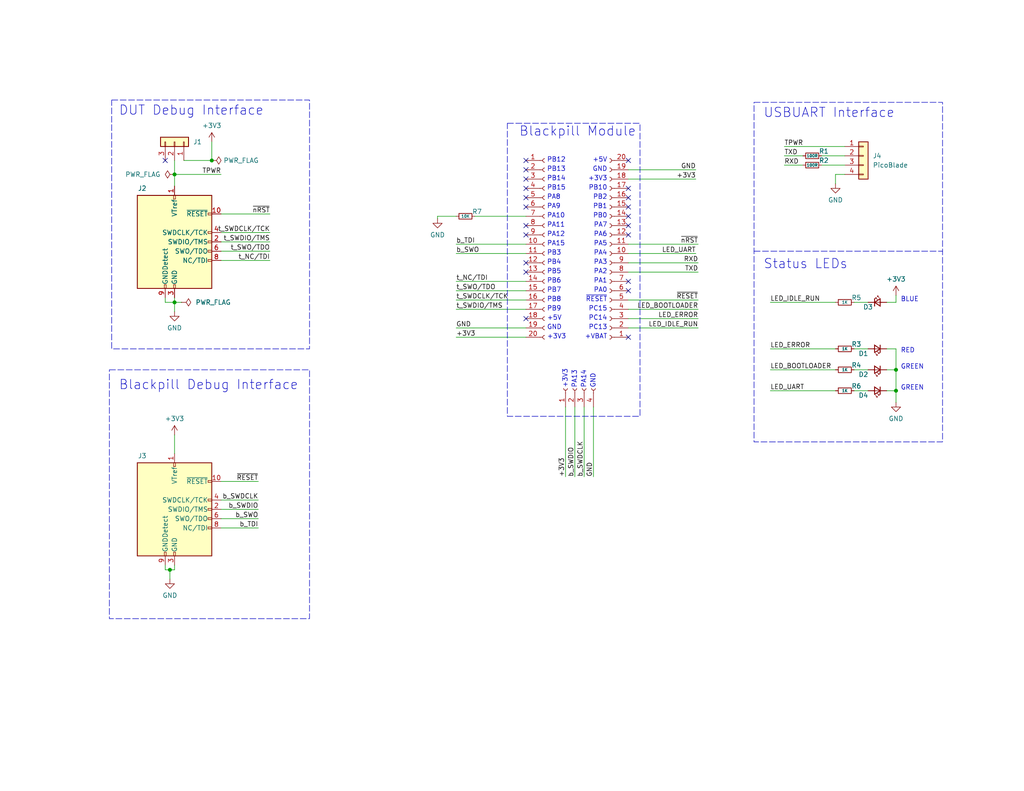
<source format=kicad_sch>
(kicad_sch (version 20230121) (generator eeschema)
  (paper "USLetter")
  (title_block (title "Blackpill F411 Carrier Board") (date "2024-08-24") (rev "1.1") (company "Sid Price Design - 2024") (comment 1 "Exposes debugging connectors for BMP usage"))
  (lib_symbols
    (symbol "Connector:Conn_01x04_Socket" (pin_names (offset 1.016) hide)
      (property "Reference" "J" (at 0 5.08 0))
      (property "Value" "Conn_01x04_Socket" (at 0 -7.62 0))
      (symbol "Conn_01x04_Socket_1_1"
        (arc (start 0 -4.572) (mid -0.5058 -5.08) (end 0 -5.588) (stroke (width 0.1524)))
        (arc (start 0 -2.032) (mid -0.5058 -2.54) (end 0 -3.048) (stroke (width 0.1524)))
        (polyline (pts (xy -1.27 -5.08) (xy -0.508 -5.08)) (stroke (width 0.1524)))
        (polyline (pts (xy -1.27 -2.54) (xy -0.508 -2.54)) (stroke (width 0.1524)))
        (polyline (pts (xy -1.27 0) (xy -0.508 0)) (stroke (width 0.1524)))
        (polyline (pts (xy -1.27 2.54) (xy -0.508 2.54)) (stroke (width 0.1524)))
        (arc (start 0 0.508) (mid -0.5058 0) (end 0 -0.508) (stroke (width 0.1524)))
        (arc (start 0 3.048) (mid -0.5058 2.54) (end 0 2.032) (stroke (width 0.1524)))
        (pin passive line (at -5.08 2.54 0) (length 3.81) (name "Pin_1") (number "1"))
        (pin passive line (at -5.08 0 0) (length 3.81) (name "Pin_2") (number "2"))
        (pin passive line (at -5.08 -2.54 0) (length 3.81) (name "Pin_3") (number "3"))
        (pin passive line (at -5.08 -5.08 0) (length 3.81) (name "Pin_4") (number "4"))
      )
    )
    (symbol "Connector:Conn_01x20_Socket" (pin_names (offset 1.016) hide)
      (property "Reference" "J" (at 0 25.4 0))
      (property "Value" "Conn_01x20_Socket" (at 0 -27.94 0))
      (symbol "Conn_01x20_Socket_1_1"
        (arc (start 0 -24.892) (mid -0.5058 -25.4) (end 0 -25.908) (stroke (width 0.1524)))
        (arc (start 0 -22.352) (mid -0.5058 -22.86) (end 0 -23.368) (stroke (width 0.1524)))
        (arc (start 0 -19.812) (mid -0.5058 -20.32) (end 0 -20.828) (stroke (width 0.1524)))
        (arc (start 0 -17.272) (mid -0.5058 -17.78) (end 0 -18.288) (stroke (width 0.1524)))
        (arc (start 0 -14.732) (mid -0.5058 -15.24) (end 0 -15.748) (stroke (width 0.1524)))
        (arc (start 0 -12.192) (mid -0.5058 -12.7) (end 0 -13.208) (stroke (width 0.1524)))
        (arc (start 0 -9.652) (mid -0.5058 -10.16) (end 0 -10.668) (stroke (width 0.1524)))
        (arc (start 0 -7.112) (mid -0.5058 -7.62) (end 0 -8.128) (stroke (width 0.1524)))
        (arc (start 0 -4.572) (mid -0.5058 -5.08) (end 0 -5.588) (stroke (width 0.1524)))
        (arc (start 0 -2.032) (mid -0.5058 -2.54) (end 0 -3.048) (stroke (width 0.1524)))
        (polyline (pts (xy -1.27 -25.4) (xy -0.508 -25.4)) (stroke (width 0.1524)))
        (polyline (pts (xy -1.27 -22.86) (xy -0.508 -22.86)) (stroke (width 0.1524)))
        (polyline (pts (xy -1.27 -20.32) (xy -0.508 -20.32)) (stroke (width 0.1524)))
        (polyline (pts (xy -1.27 -17.78) (xy -0.508 -17.78)) (stroke (width 0.1524)))
        (polyline (pts (xy -1.27 -15.24) (xy -0.508 -15.24)) (stroke (width 0.1524)))
        (polyline (pts (xy -1.27 -12.7) (xy -0.508 -12.7)) (stroke (width 0.1524)))
        (polyline (pts (xy -1.27 -10.16) (xy -0.508 -10.16)) (stroke (width 0.1524)))
        (polyline (pts (xy -1.27 -7.62) (xy -0.508 -7.62)) (stroke (width 0.1524)))
        (polyline (pts (xy -1.27 -5.08) (xy -0.508 -5.08)) (stroke (width 0.1524)))
        (polyline (pts (xy -1.27 -2.54) (xy -0.508 -2.54)) (stroke (width 0.1524)))
        (polyline (pts (xy -1.27 0) (xy -0.508 0)) (stroke (width 0.1524)))
        (polyline (pts (xy -1.27 2.54) (xy -0.508 2.54)) (stroke (width 0.1524)))
        (polyline (pts (xy -1.27 5.08) (xy -0.508 5.08)) (stroke (width 0.1524)))
        (polyline (pts (xy -1.27 7.62) (xy -0.508 7.62)) (stroke (width 0.1524)))
        (polyline (pts (xy -1.27 10.16) (xy -0.508 10.16)) (stroke (width 0.1524)))
        (polyline (pts (xy -1.27 12.7) (xy -0.508 12.7)) (stroke (width 0.1524)))
        (polyline (pts (xy -1.27 15.24) (xy -0.508 15.24)) (stroke (width 0.1524)))
        (polyline (pts (xy -1.27 17.78) (xy -0.508 17.78)) (stroke (width 0.1524)))
        (polyline (pts (xy -1.27 20.32) (xy -0.508 20.32)) (stroke (width 0.1524)))
        (polyline (pts (xy -1.27 22.86) (xy -0.508 22.86)) (stroke (width 0.1524)))
        (arc (start 0 0.508) (mid -0.5058 0) (end 0 -0.508) (stroke (width 0.1524)))
        (arc (start 0 3.048) (mid -0.5058 2.54) (end 0 2.032) (stroke (width 0.1524)))
        (arc (start 0 5.588) (mid -0.5058 5.08) (end 0 4.572) (stroke (width 0.1524)))
        (arc (start 0 8.128) (mid -0.5058 7.62) (end 0 7.112) (stroke (width 0.1524)))
        (arc (start 0 10.668) (mid -0.5058 10.16) (end 0 9.652) (stroke (width 0.1524)))
        (arc (start 0 13.208) (mid -0.5058 12.7) (end 0 12.192) (stroke (width 0.1524)))
        (arc (start 0 15.748) (mid -0.5058 15.24) (end 0 14.732) (stroke (width 0.1524)))
        (arc (start 0 18.288) (mid -0.5058 17.78) (end 0 17.272) (stroke (width 0.1524)))
        (arc (start 0 20.828) (mid -0.5058 20.32) (end 0 19.812) (stroke (width 0.1524)))
        (arc (start 0 23.368) (mid -0.5058 22.86) (end 0 22.352) (stroke (width 0.1524)))
        (pin passive line (at -5.08 22.86 0) (length 3.81) (name "Pin_1") (number "1"))
        (pin passive line (at -5.08 0 0) (length 3.81) (name "Pin_10") (number "10"))
        (pin passive line (at -5.08 -2.54 0) (length 3.81) (name "Pin_11") (number "11"))
        (pin passive line (at -5.08 -5.08 0) (length 3.81) (name "Pin_12") (number "12"))
        (pin passive line (at -5.08 -7.62 0) (length 3.81) (name "Pin_13") (number "13"))
        (pin passive line (at -5.08 -10.16 0) (length 3.81) (name "Pin_14") (number "14"))
        (pin passive line (at -5.08 -12.7 0) (length 3.81) (name "Pin_15") (number "15"))
        (pin passive line (at -5.08 -15.24 0) (length 3.81) (name "Pin_16") (number "16"))
        (pin passive line (at -5.08 -17.78 0) (length 3.81) (name "Pin_17") (number "17"))
        (pin passive line (at -5.08 -20.32 0) (length 3.81) (name "Pin_18") (number "18"))
        (pin passive line (at -5.08 -22.86 0) (length 3.81) (name "Pin_19") (number "19"))
        (pin passive line (at -5.08 20.32 0) (length 3.81) (name "Pin_2") (number "2"))
        (pin passive line (at -5.08 -25.4 0) (length 3.81) (name "Pin_20") (number "20"))
        (pin passive line (at -5.08 17.78 0) (length 3.81) (name "Pin_3") (number "3"))
        (pin passive line (at -5.08 15.24 0) (length 3.81) (name "Pin_4") (number "4"))
        (pin passive line (at -5.08 12.7 0) (length 3.81) (name "Pin_5") (number "5"))
        (pin passive line (at -5.08 10.16 0) (length 3.81) (name "Pin_6") (number "6"))
        (pin passive line (at -5.08 7.62 0) (length 3.81) (name "Pin_7") (number "7"))
        (pin passive line (at -5.08 5.08 0) (length 3.81) (name "Pin_8") (number "8"))
        (pin passive line (at -5.08 2.54 0) (length 3.81) (name "Pin_9") (number "9"))
      )
    )
    (symbol "Connector:Conn_ARM_JTAG_SWD_10" (pin_names (offset 1.016))
      (property "Reference" "J" (at -2.54 16.51 0))
      (property "Value" "Conn_ARM_JTAG_SWD_10" (at -2.54 13.97 0))
      (symbol "Conn_ARM_JTAG_SWD_10_0_1"
        (rectangle (start -10.16 12.7) (end 10.16 -12.7) (stroke (width 0.254)) (fill (type background)))
        (rectangle (start -2.794 -12.7) (end -2.286 -11.684))
        (rectangle (start -0.254 -12.7) (end 0.254 -11.684))
        (rectangle (start -0.254 12.7) (end 0.254 11.684))
        (rectangle (start 9.144 2.286) (end 10.16 2.794))
        (rectangle (start 10.16 -2.794) (end 9.144 -2.286))
        (rectangle (start 10.16 -0.254) (end 9.144 0.254))
        (rectangle (start 10.16 7.874) (end 9.144 7.366))
      )
      (symbol "Conn_ARM_JTAG_SWD_10_1_1"
        (rectangle (start 9.144 -5.334) (end 10.16 -4.826))
        (pin power_in line (at 0 15.24 270) (length 2.54) (name "VTref") (number "1"))
        (pin open_collector line (at 12.7 7.62 180) (length 2.54) (name "~{RESET}") (number "10"))
        (pin bidirectional line (at 12.7 0 180) (length 2.54) (name "SWDIO/TMS") (number "2"))
        (pin power_in line (at 0 -15.24 90) (length 2.54) (name "GND") (number "3"))
        (pin output line (at 12.7 2.54 180) (length 2.54) (name "SWDCLK/TCK") (number "4"))
        (pin passive line (at 0 -15.24 90) (length 2.54) hide (name "GND") (number "5"))
        (pin input line (at 12.7 -2.54 180) (length 2.54) (name "SWO/TDO") (number "6"))
        (pin no_connect line (at -10.16 0 0) (length 2.54) hide (name "KEY") (number "7"))
        (pin output line (at 12.7 -5.08 180) (length 2.54) (name "NC/TDI") (number "8"))
        (pin passive line (at -2.54 -15.24 90) (length 2.54) (name "GNDDetect") (number "9"))
      )
    )
    (symbol "Connector_Generic:Conn_01x03" (pin_names (offset 1.016) hide)
      (property "Reference" "J" (at 0 5.08 0))
      (property "Value" "Conn_01x03" (at 0 -5.08 0))
      (symbol "Conn_01x03_1_1"
        (rectangle (start -1.27 -2.413) (end 0 -2.667) (stroke (width 0.1524)))
        (rectangle (start -1.27 0.127) (end 0 -0.127) (stroke (width 0.1524)))
        (rectangle (start -1.27 2.667) (end 0 2.413) (stroke (width 0.1524)))
        (rectangle (start -1.27 3.81) (end 1.27 -3.81) (stroke (width 0.254)) (fill (type background)))
        (pin passive line (at -5.08 2.54 0) (length 3.81) (name "Pin_1") (number "1"))
        (pin passive line (at -5.08 0 0) (length 3.81) (name "Pin_2") (number "2"))
        (pin passive line (at -5.08 -2.54 0) (length 3.81) (name "Pin_3") (number "3"))
      )
    )
    (symbol "Connector_Generic:Conn_01x04" (pin_names (offset 1.016) hide)
      (property "Reference" "J" (at 0 5.08 0))
      (property "Value" "Conn_01x04" (at 0 -7.62 0))
      (symbol "Conn_01x04_1_1"
        (rectangle (start -1.27 -4.953) (end 0 -5.207) (stroke (width 0.1524)))
        (rectangle (start -1.27 -2.413) (end 0 -2.667) (stroke (width 0.1524)))
        (rectangle (start -1.27 0.127) (end 0 -0.127) (stroke (width 0.1524)))
        (rectangle (start -1.27 2.667) (end 0 2.413) (stroke (width 0.1524)))
        (rectangle (start -1.27 3.81) (end 1.27 -6.35) (stroke (width 0.254)) (fill (type background)))
        (pin passive line (at -5.08 2.54 0) (length 3.81) (name "Pin_1") (number "1"))
        (pin passive line (at -5.08 0 0) (length 3.81) (name "Pin_2") (number "2"))
        (pin passive line (at -5.08 -2.54 0) (length 3.81) (name "Pin_3") (number "3"))
        (pin passive line (at -5.08 -5.08 0) (length 3.81) (name "Pin_4") (number "4"))
      )
    )
    (symbol "Device:LED_Small" (pin_numbers hide) (pin_names (offset 0.254) hide)
      (property "Reference" "D" (at -1.27 3.175 0))
      (property "Value" "LED_Small" (at -4.445 -2.54 0))
      (symbol "LED_Small_0_1"
        (polyline (pts (xy -0.762 -1.016) (xy -0.762 1.016)) (stroke (width 0.254)))
        (polyline (pts (xy 1.016 0) (xy -0.762 0)))
        (polyline (pts (xy 0.762 -1.016) (xy -0.762 0) (xy 0.762 1.016) (xy 0.762 -1.016)) (stroke (width 0.254)))
        (polyline (pts (xy 0 0.762) (xy -0.508 1.27) (xy -0.254 1.27) (xy -0.508 1.27) (xy -0.508 1.016)))
        (polyline (pts (xy 0.508 1.27) (xy 0 1.778) (xy 0.254 1.778) (xy 0 1.778) (xy 0 1.524)))
      )
      (symbol "LED_Small_1_1"
        (pin passive line (at -2.54 0 0) (length 1.778) (name "K") (number "1"))
        (pin passive line (at 2.54 0 180) (length 1.778) (name "A") (number "2"))
      )
    )
    (symbol "Device:R_Small" (pin_numbers hide) (pin_names (offset 0.254) hide)
      (property "Reference" "R" (at 0.762 0.508 0))
      (property "Value" "R_Small" (at 0.762 -1.016 0))
      (symbol "R_Small_0_1"
        (rectangle (start -0.762 1.778) (end 0.762 -1.778) (stroke (width 0.2032)))
      )
      (symbol "R_Small_1_1"
        (pin passive line (at 0 2.54 270) (length 0.762) (name "~") (number "1"))
        (pin passive line (at 0 -2.54 90) (length 0.762) (name "~") (number "2"))
      )
    )
    (symbol "power:+3V3" (power) (pin_names (offset 0))
      (property "Value" "+3V3" (at 0 3.556 0))
      (symbol "+3V3_0_1"
        (polyline (pts (xy -0.762 1.27) (xy 0 2.54)))
        (polyline (pts (xy 0 0) (xy 0 2.54)))
        (polyline (pts (xy 0 2.54) (xy 0.762 1.27)))
      )
      (symbol "+3V3_1_1"
        (pin power_in line (at 0 0 90) (length 0) hide (name "+3V3") (number "1"))
      )
    )
    (symbol "power:GND" (power) (pin_names (offset 0))
      (property "Value" "GND" (at 0 -3.81 0))
      (symbol "GND_0_1"
        (polyline (pts (xy 0 0) (xy 0 -1.27) (xy 1.27 -1.27) (xy 0 -2.54) (xy -1.27 -1.27) (xy 0 -1.27)))
      )
      (symbol "GND_1_1"
        (pin power_in line (at 0 0 270) (length 0) hide (name "GND") (number "1"))
      )
    )
    (symbol "power:PWR_FLAG" (power) (pin_numbers hide) (pin_names (offset 0) hide)
      (property "Value" "PWR_FLAG" (at 0 3.81 0))
      (symbol "PWR_FLAG_0_0"
        (pin power_out line (at 0 0 90) (length 0) (name "pwr") (number "1"))
      )
      (symbol "PWR_FLAG_0_1"
        (polyline (pts (xy 0 0) (xy 0 1.27) (xy -1.016 1.905) (xy 0 2.54) (xy 1.016 1.905) (xy 0 1.27)))
      )
    )
  )
  (junction (at 244.475 106.68))
  (junction (at 47.625 47.625))
  (junction (at 57.785 43.815))
  (junction (at 46.355 155.575))
  (junction (at 244.475 100.965))
  (junction (at 47.625 82.55))
  (no_connect (at 143.51 71.755))
  (no_connect (at 143.51 61.595))
  (no_connect (at 171.45 43.815))
  (no_connect (at 171.45 53.975))
  (no_connect (at 143.51 86.995))
  (no_connect (at 143.51 74.295))
  (no_connect (at 143.51 51.435))
  (no_connect (at 171.45 51.435))
  (no_connect (at 143.51 64.135))
  (no_connect (at 143.51 53.975))
  (no_connect (at 171.45 59.055))
  (no_connect (at 171.45 76.835))
  (no_connect (at 171.45 61.595))
  (no_connect (at 45.085 43.815))
  (no_connect (at 171.45 79.375))
  (no_connect (at 143.51 56.515))
  (no_connect (at 171.45 92.075))
  (no_connect (at 143.51 46.355))
  (no_connect (at 171.45 64.135))
  (no_connect (at 171.45 56.515))
  (no_connect (at 143.51 48.895))
  (no_connect (at 143.51 43.815))
  (wire (pts (xy 190.5 74.295) (xy 171.45 74.295)))
  (wire (pts (xy 129.54 59.055) (xy 143.51 59.055)))
  (wire (pts (xy 210.185 95.25) (xy 227.965 95.25)))
  (wire (pts (xy 46.355 155.575) (xy 47.625 155.575)))
  (wire (pts (xy 46.355 155.575) (xy 45.085 155.575)))
  (wire (pts (xy 60.325 139.065) (xy 70.485 139.065)))
  (wire (pts (xy 47.625 123.825) (xy 47.625 118.745)))
  (wire (pts (xy 143.51 84.455) (xy 124.46 84.455)))
  (wire (pts (xy 143.51 81.915) (xy 124.46 81.915)))
  (wire (pts (xy 190.5 89.535) (xy 171.45 89.535)))
  (wire (pts (xy 143.51 76.835) (xy 124.46 76.835)))
  (wire (pts (xy 60.325 71.12) (xy 73.66 71.12)))
  (wire (pts (xy 244.475 106.68) (xy 244.475 109.855)))
  (wire (pts (xy 156.845 130.175) (xy 156.845 111.125)))
  (wire (pts (xy 213.995 40.005) (xy 230.505 40.005)))
  (wire (pts (xy 233.045 95.25) (xy 236.855 95.25)))
  (wire (pts (xy 47.625 43.815) (xy 47.625 47.625)))
  (wire (pts (xy 233.045 100.965) (xy 236.855 100.965)))
  (wire (pts (xy 124.46 92.075) (xy 143.51 92.075)))
  (wire (pts (xy 227.965 50.165) (xy 227.965 47.625)))
  (wire (pts (xy 241.935 100.965) (xy 244.475 100.965)))
  (wire (pts (xy 60.325 136.525) (xy 70.485 136.525)))
  (wire (pts (xy 189.865 69.215) (xy 171.45 69.215)))
  (wire (pts (xy 46.355 158.115) (xy 46.355 155.575)))
  (wire (pts (xy 244.475 80.645) (xy 244.475 82.55)))
  (wire (pts (xy 161.925 111.125) (xy 161.925 130.175)))
  (wire (pts (xy 210.185 82.55) (xy 227.965 82.55)))
  (wire (pts (xy 227.965 47.625) (xy 230.505 47.625)))
  (wire (pts (xy 244.475 95.25) (xy 244.475 100.965)))
  (wire (pts (xy 159.385 130.175) (xy 159.385 111.125)))
  (wire (pts (xy 60.325 58.42) (xy 73.66 58.42)))
  (wire (pts (xy 60.325 68.58) (xy 73.66 68.58)))
  (wire (pts (xy 60.325 131.445) (xy 70.485 131.445)))
  (wire (pts (xy 233.045 106.68) (xy 236.855 106.68)))
  (wire (pts (xy 124.46 66.675) (xy 143.51 66.675)))
  (wire (pts (xy 241.935 106.68) (xy 244.475 106.68)))
  (wire (pts (xy 143.51 69.215) (xy 124.46 69.215)))
  (wire (pts (xy 57.785 38.735) (xy 57.785 43.815)))
  (wire (pts (xy 171.45 46.355) (xy 189.865 46.355)))
  (wire (pts (xy 143.51 79.375) (xy 124.46 79.375)))
  (wire (pts (xy 60.325 144.145) (xy 70.485 144.145)))
  (wire (pts (xy 244.475 100.965) (xy 244.475 106.68)))
  (wire (pts (xy 154.305 111.125) (xy 154.305 130.175)))
  (wire (pts (xy 241.935 82.55) (xy 244.475 82.55)))
  (wire (pts (xy 233.045 82.55) (xy 236.855 82.55)))
  (wire (pts (xy 45.085 82.55) (xy 45.085 81.28)))
  (wire (pts (xy 119.38 59.055) (xy 119.38 59.69)))
  (wire (pts (xy 190.5 71.755) (xy 171.45 71.755)))
  (wire (pts (xy 143.51 89.535) (xy 124.46 89.535)))
  (wire (pts (xy 190.5 86.995) (xy 171.45 86.995)))
  (wire (pts (xy 47.625 81.28) (xy 47.625 82.55)))
  (wire (pts (xy 47.625 85.09) (xy 47.625 82.55)))
  (wire (pts (xy 124.46 59.055) (xy 119.38 59.055)))
  (wire (pts (xy 45.085 82.55) (xy 47.625 82.55)))
  (wire (pts (xy 224.155 42.545) (xy 230.505 42.545)))
  (wire (pts (xy 60.325 66.04) (xy 73.66 66.04)))
  (wire (pts (xy 190.5 81.915) (xy 171.45 81.915)))
  (wire (pts (xy 241.935 95.25) (xy 244.475 95.25)))
  (wire (pts (xy 45.085 155.575) (xy 45.085 154.305)))
  (wire (pts (xy 47.625 154.305) (xy 47.625 155.575)))
  (wire (pts (xy 60.325 141.605) (xy 70.485 141.605)))
  (wire (pts (xy 213.995 42.545) (xy 219.075 42.545)))
  (wire (pts (xy 47.625 47.625) (xy 60.325 47.625)))
  (wire (pts (xy 47.625 82.55) (xy 49.53 82.55)))
  (wire (pts (xy 171.45 48.895) (xy 189.865 48.895)))
  (wire (pts (xy 210.185 106.68) (xy 227.965 106.68)))
  (wire (pts (xy 50.165 43.815) (xy 57.785 43.815)))
  (wire (pts (xy 190.5 84.455) (xy 171.45 84.455)))
  (wire (pts (xy 224.155 45.085) (xy 230.505 45.085)))
  (wire (pts (xy 47.625 47.625) (xy 47.625 50.8)))
  (wire (pts (xy 213.995 45.085) (xy 219.075 45.085)))
  (wire (pts (xy 60.325 63.5) (xy 73.66 63.5)))
  (wire (pts (xy 190.5 66.675) (xy 171.45 66.675)))
  (wire (pts (xy 210.185 100.965) (xy 227.965 100.965)))
  (polyline (pts (xy 205.74 68.58) (xy 257.175 68.58)) (stroke (width 0) (type dash)))
  (rectangle (start 29.845 100.965) (end 84.455 168.91) (stroke (width 0) (type dash)))
  (rectangle (start 205.74 27.94) (end 257.175 120.65) (stroke (width 0) (type dash)))
  (rectangle (start 30.48 27.305) (end 84.455 95.25) (stroke (width 0) (type dash)))
  (rectangle (start 138.43 33.655) (end 174.625 113.665) (stroke (width 0) (type dash)))
  (text "PB6" (at 149.225 77.47 0) (effects (font (size 1.27 1.27)) (justify left bottom)))
  (text "GND" (at 149.225 90.17 0) (effects (font (size 1.27 1.27)) (justify left bottom)))
  (text "PA4" (at 165.735 69.85 0) (effects (font (size 1.27 1.27)) (justify right bottom)))
  (text "PB3" (at 149.225 69.85 0) (effects (font (size 1.27 1.27)) (justify left bottom)))
  (text "PB2" (at 165.735 54.61 0) (effects (font (size 1.27 1.27)) (justify right bottom)))
  (text "USBUART Interface" (at 208.28 32.385 0) (effects (font (size 2.54 2.54)) (justify left bottom)))
  (text "PB12" (at 149.225 44.45 0) (effects (font (size 1.27 1.27)) (justify left bottom)))
  (text "PA15" (at 149.225 67.31 0) (effects (font (size 1.27 1.27)) (justify left bottom)))
  (text "PA0" (at 165.735 80.01 0) (effects (font (size 1.27 1.27)) (justify right bottom)))
  (text "RED" (at 245.745 96.52 0) (effects (font (size 1.27 1.27)) (justify left bottom)))
  (text "+3V3" (at 154.94 106.045 90) (effects (font (size 1.27 1.27)) (justify left bottom)))
  (text "PB14" (at 149.225 49.53 0) (effects (font (size 1.27 1.27)) (justify left bottom)))
  (text "PA13" (at 157.48 106.045 90) (effects (font (size 1.27 1.27)) (justify left bottom)))
  (text "PA14" (at 160.02 106.045 90) (effects (font (size 1.27 1.27)) (justify left bottom)))
  (text "GREEN" (at 245.745 106.68 0) (effects (font (size 1.27 1.27)) (justify left bottom)))
  (text "PB1" (at 165.735 57.15 0) (effects (font (size 1.27 1.27)) (justify right bottom)))
  (text "PB7" (at 149.225 80.01 0) (effects (font (size 1.27 1.27)) (justify left bottom)))
  (text "PB9" (at 149.225 85.09 0) (effects (font (size 1.27 1.27)) (justify left bottom)))
  (text "PA12" (at 149.225 64.77 0) (effects (font (size 1.27 1.27)) (justify left bottom)))
  (text "+VBAT" (at 165.735 92.71 0) (effects (font (size 1.27 1.27)) (justify right bottom)))
  (text "PA1" (at 165.735 77.47 0) (effects (font (size 1.27 1.27)) (justify right bottom)))
  (text "PC14" (at 165.735 87.63 0) (effects (font (size 1.27 1.27)) (justify right bottom)))
  (text "+3V3" (at 149.225 92.71 0) (effects (font (size 1.27 1.27)) (justify left bottom)))
  (text "PA5" (at 165.735 67.31 0) (effects (font (size 1.27 1.27)) (justify right bottom)))
  (text "PA11" (at 149.225 62.23 0) (effects (font (size 1.27 1.27)) (justify left bottom)))
  (text "PA3" (at 165.735 72.39 0) (effects (font (size 1.27 1.27)) (justify right bottom)))
  (text "PA8" (at 149.225 54.61 0) (effects (font (size 1.27 1.27)) (justify left bottom)))
  (text "~{RESET}" (at 165.735 82.55 0) (effects (font (size 1.27 1.27)) (justify right bottom)))
  (text "PA9" (at 149.225 57.15 0) (effects (font (size 1.27 1.27)) (justify left bottom)))
  (text "DUT Debug Interface" (at 32.385 31.75 0) (effects (font (size 2.54 2.54)) (justify left bottom)))
  (text "PA10" (at 149.225 59.69 0) (effects (font (size 1.27 1.27)) (justify left bottom)))
  (text "+3V3" (at 165.735 49.53 0) (effects (font (size 1.27 1.27)) (justify right bottom)))
  (text "PB13" (at 149.225 46.99 0) (effects (font (size 1.27 1.27)) (justify left bottom)))
  (text "PC13" (at 165.735 90.17 0) (effects (font (size 1.27 1.27)) (justify right bottom)))
  (text "PB10" (at 165.735 52.07 0) (effects (font (size 1.27 1.27)) (justify right bottom)))
  (text "PC15" (at 165.735 85.09 0) (effects (font (size 1.27 1.27)) (justify right bottom)))
  (text "PB5" (at 149.225 74.93 0) (effects (font (size 1.27 1.27)) (justify left bottom)))
  (text "+5V" (at 149.225 87.63 0) (effects (font (size 1.27 1.27)) (justify left bottom)))
  (text "Blackpill Debug Interface" (at 32.385 106.68 0) (effects (font (size 2.54 2.54)) (justify left bottom)))
  (text "PA6" (at 165.735 64.77 0) (effects (font (size 1.27 1.27)) (justify right bottom)))
  (text "PB8" (at 149.225 82.55 0) (effects (font (size 1.27 1.27)) (justify left bottom)))
  (text "GND" (at 165.735 46.99 0) (effects (font (size 1.27 1.27)) (justify right bottom)))
  (text "GND" (at 162.56 106.045 90) (effects (font (size 1.27 1.27)) (justify left bottom)))
  (text "GREEN" (at 245.745 100.965 0) (effects (font (size 1.27 1.27)) (justify left bottom)))
  (text "BLUE" (at 245.745 82.55 0) (effects (font (size 1.27 1.27)) (justify left bottom)))
  (text "PB4" (at 149.225 72.39 0) (effects (font (size 1.27 1.27)) (justify left bottom)))
  (text "PB0" (at 165.735 59.69 0) (effects (font (size 1.27 1.27)) (justify right bottom)))
  (text "Status LEDs" (at 208.28 73.66 0) (effects (font (size 2.54 2.54)) (justify left bottom)))
  (text "PA2" (at 165.735 74.93 0) (effects (font (size 1.27 1.27)) (justify right bottom)))
  (text "Blackpill Module" (at 141.605 37.465 0) (effects (font (size 2.54 2.54)) (justify left bottom)))
  (text "PB15" (at 149.225 52.07 0) (effects (font (size 1.27 1.27)) (justify left bottom)))
  (text "+5V" (at 165.735 44.45 0) (effects (font (size 1.27 1.27)) (justify right bottom)))
  (text "PA7" (at 165.735 62.23 0) (effects (font (size 1.27 1.27)) (justify right bottom)))
  (label "b_SWO" (at 124.46 69.215 0))
  (label "t_NC{slash}TDI" (at 124.46 76.835 0))
  (label "LED_IDLE_RUN" (at 190.5 89.535 180))
  (label "b_TDI" (at 70.485 144.145 180))
  (label "LED_BOOTLOADER" (at 190.5 84.455 180))
  (label "GND" (at 124.46 89.535 0))
  (label "b_SWDIO" (at 70.485 139.065 180))
  (label "RXD" (at 190.5 71.755 180))
  (label "RXD" (at 213.995 45.085 0))
  (label "LED_ERROR" (at 210.185 95.25 0))
  (label "~{nRST}" (at 190.5 66.675 180))
  (label "TXD" (at 190.5 74.295 180))
  (label "GND" (at 189.865 46.355 180))
  (label "~{RESET}" (at 190.5 81.915 180))
  (label "t_SWDCLK{slash}TCK" (at 73.66 63.5 180))
  (label "~{nRST}" (at 73.66 58.42 180))
  (label "b_SWO" (at 70.485 141.605 180))
  (label "+3V3" (at 189.865 48.895 180))
  (label "LED_UART" (at 210.185 106.68 0))
  (label "t_NC{slash}TDI" (at 73.66 71.12 180))
  (label "+3V3" (at 124.46 92.075 0))
  (label "TXD" (at 213.995 42.545 0))
  (label "t_SWO{slash}TDO" (at 73.66 68.58 180))
  (label "LED_BOOTLOADER" (at 210.185 100.965 0))
  (label "LED_UART" (at 189.865 69.215 180))
  (label "t_SWO{slash}TDO" (at 124.46 79.375 0))
  (label "t_SWDIO{slash}TMS" (at 124.46 84.455 0))
  (label "LED_IDLE_RUN" (at 210.185 82.55 0))
  (label "+3V3" (at 154.305 130.175 90))
  (label "b_SWDCLK" (at 70.485 136.525 180))
  (label "b_TDI" (at 124.46 66.675 0))
  (label "~{RESET}" (at 70.485 131.445 180))
  (label "b_SWDCLK" (at 159.385 130.175 90))
  (label "t_SWDCLK{slash}TCK" (at 124.46 81.915 0))
  (label "GND" (at 161.925 130.175 90))
  (label "t_SWDIO{slash}TMS" (at 73.66 66.04 180))
  (label "TPWR" (at 60.325 47.625 180))
  (label "LED_ERROR" (at 190.5 86.995 180))
  (label "b_SWDIO" (at 156.845 130.175 90))
  (label "TPWR" (at 213.995 40.005 0))
  (symbol (lib_id "Connector:Conn_ARM_JTAG_SWD_10") (at 47.625 139.065 0) (unit 1)
    (property "Reference" "J3" (at 40.005 124.46 0) (effects (justify right)))
    (property "Value" "FTSH-105-01-F-DV-K-P-TR" (effects hide))
    (property "Footprint" "Connector_PinHeader_1.27mm:PinHeader_2x05_P1.27mm_Vertical_SMD" (effects hide))
    (property "Datasheet" "http://infocenter.arm.com/help/topic/com.arm.doc.ddi0314h/DDI0314H_coresight_components_trm.pdf" (effects hide))
    (property "Mouser" "200-FTSH10501FDVKPTR" (effects hide))
    (property "LCSC" "C5250218" (effects hide))
  )
  (symbol (lib_id "Device:LED_Small") (at 239.395 82.55 0) (unit 1)
    (property "Reference" "D3" (at 236.855 83.82 0))
    (property "Value" "LTSTC170KB" (effects hide))
    (property "Footprint" "sjp_leds:LTSTC170_LED_0805" (effects hide))
    (property "LCSC" "C98222" (effects hide))
  )
  (symbol (lib_id "Device:R_Small") (at 221.615 42.545 270) (unit 1)
    (property "Reference" "R1" (at 224.79 41.275 90))
    (property "Value" "100R" (at 221.615 42.545 90) (effects (font (size 0.762 0.762))))
    (property "Footprint" "Resistor_SMD:R_0603_1608Metric" (effects hide))
    (property "LCSC" "C25201" (effects hide))
  )
  (symbol (lib_id "power:GND") (at 119.38 59.69 0) (unit 1)
    (property "Reference" "#PWR05" (effects hide))
    (property "Value" "GND" (at 119.38 64.135 0))
  )
  (symbol (lib_id "power:GND") (at 47.625 85.09 0) (unit 1)
    (property "Reference" "#PWR01" (effects hide))
    (property "Value" "GND" (at 47.625 89.535 0))
  )
  (symbol (lib_id "Device:R_Small") (at 230.505 95.25 270) (unit 1)
    (property "Reference" "R3" (at 233.68 93.98 90))
    (property "Value" "1K" (at 230.505 95.25 90) (effects (font (size 0.762 0.762))))
    (property "Footprint" "Resistor_SMD:R_0603_1608Metric" (effects hide))
    (property "LCSC" "C25585" (effects hide))
  )
  (symbol (lib_id "Connector:Conn_ARM_JTAG_SWD_10") (at 47.625 66.04 0) (unit 1)
    (property "Reference" "J2" (at 40.005 51.435 0) (effects (justify right)))
    (property "Value" "FTSH-105-01-F-DV-K-P-TR" (effects hide))
    (property "Footprint" "Connector_PinHeader_1.27mm:PinHeader_2x05_P1.27mm_Vertical_SMD" (effects hide))
    (property "Datasheet" "http://infocenter.arm.com/help/topic/com.arm.doc.ddi0314h/DDI0314H_coresight_components_trm.pdf" (effects hide))
    (property "Mouser" "200-FTSH10501FDVKPTR" (effects hide))
    (property "LCSC" "C5250218" (effects hide))
  )
  (symbol (lib_id "power:+3V3") (at 244.475 80.645 0) (unit 1)
    (property "Reference" "#PWR09" (effects hide))
    (property "Value" "+3V3" (at 244.475 76.2 0))
  )
  (symbol (lib_id "Device:R_Small") (at 221.615 45.085 270) (unit 1)
    (property "Reference" "R2" (at 224.79 43.815 90))
    (property "Value" "100R" (at 221.615 45.085 90) (effects (font (size 0.762 0.762))))
    (property "Footprint" "Resistor_SMD:R_0603_1608Metric" (effects hide))
    (property "LCSC" "C25201" (effects hide))
  )
  (symbol (lib_id "power:PWR_FLAG") (at 47.625 47.625 90) (unit 1)
    (property "Reference" "#FLG01" (effects hide))
    (property "Value" "PWR_FLAG" (at 43.815 47.625 90) (effects (justify left)))
  )
  (symbol (lib_id "Connector_Generic:Conn_01x04") (at 235.585 42.545 0) (unit 1)
    (property "Reference" "J4" (at 238.125 42.545 0) (effects (justify left)))
    (property "Value" "PicoBlade" (at 238.125 45.085 0) (effects (justify left)))
    (property "Footprint" "Connector_Molex:Molex_PicoBlade_53261-0471_1x04-1MP_P1.25mm_Horizontal" (effects hide))
    (property "Mouser" "538-53261-0471" (effects hide))
    (property "LCSC" "C17617036" (effects hide))
  )
  (symbol (lib_id "power:GND") (at 227.965 50.165 0) (unit 1)
    (property "Reference" "#PWR07" (effects hide))
    (property "Value" "GND" (at 227.965 54.61 0))
  )
  (symbol (lib_id "Connector:Conn_01x04_Socket") (at 156.845 106.045 90) (unit 1)
    (property "Reference" "J7" (effects hide))
    (property "Value" "B-2200S04P-A120" (effects hide))
    (property "Footprint" "Connector_PinSocket_2.54mm:PinSocket_1x04_P2.54mm_Vertical" (effects hide))
    (property "LCSC" "C124413" (effects hide))
  )
  (symbol (lib_id "Device:LED_Small") (at 239.395 100.965 180) (unit 1)
    (property "Reference" "D2" (at 235.585 102.235 0))
    (property "Value" "LTSTC170KG" (effects hide))
    (property "Footprint" "sjp_leds:LTSTC170_LED_0805" (effects hide))
    (property "LCSC" "C98221" (effects hide))
  )
  (symbol (lib_id "Device:R_Small") (at 230.505 100.965 270) (unit 1)
    (property "Reference" "R4" (at 233.68 99.695 90))
    (property "Value" "1K" (at 230.505 100.965 90) (effects (font (size 0.762 0.762))))
    (property "Footprint" "Resistor_SMD:R_0603_1608Metric" (effects hide))
    (property "LCSC" "C25585" (effects hide))
  )
  (symbol (lib_id "power:PWR_FLAG") (at 57.785 43.815 270) (unit 1)
    (property "Reference" "#FLG02" (effects hide))
    (property "Value" "PWR_FLAG" (at 60.96 43.815 90) (effects (justify left)))
  )
  (symbol (lib_id "power:GND") (at 244.475 109.855 0) (unit 1)
    (property "Reference" "#PWR08" (effects hide))
    (property "Value" "GND" (at 244.475 114.3 0))
  )
  (symbol (lib_id "power:+3V3") (at 57.785 38.735 0) (unit 1)
    (property "Reference" "#PWR04" (effects hide))
    (property "Value" "+3V3" (at 57.785 34.29 0))
  )
  (symbol (lib_id "Device:LED_Small") (at 239.395 106.68 180) (unit 1)
    (property "Reference" "D4" (at 235.585 107.95 0))
    (property "Value" "LTSTC170KG" (effects hide))
    (property "Footprint" "sjp_leds:LTSTC170_LED_0805" (effects hide))
    (property "LCSC" "C98221" (effects hide))
  )
  (symbol (lib_id "Connector:Conn_01x20_Socket") (at 166.37 69.215 180) (unit 1)
    (property "Reference" "J6" (effects hide))
    (property "Value" "B-2200S20P-A120" (effects hide))
    (property "Footprint" "Connector_PinSocket_2.54mm:PinSocket_1x20_P2.54mm_Vertical" (effects hide))
    (property "LCSC" "C124410" (effects hide))
  )
  (symbol (lib_id "power:PWR_FLAG") (at 49.53 82.55 270) (unit 1)
    (property "Reference" "#FLG03" (effects hide))
    (property "Value" "PWR_FLAG" (at 53.34 82.55 90) (effects (justify left)))
  )
  (symbol (lib_id "Connector:Conn_01x20_Socket") (at 148.59 66.675 0) (unit 1)
    (property "Reference" "J5" (effects hide))
    (property "Value" "B-2200S20P-A120" (effects hide))
    (property "Footprint" "Connector_PinSocket_2.54mm:PinSocket_1x20_P2.54mm_Vertical" (effects hide))
    (property "LCSC" "C124410" (effects hide))
  )
  (symbol (lib_id "power:+3V3") (at 47.625 118.745 0) (unit 1)
    (property "Reference" "#PWR03" (effects hide))
    (property "Value" "+3V3" (at 47.625 114.3 0))
  )
  (symbol (lib_id "Device:LED_Small") (at 239.395 95.25 180) (unit 1)
    (property "Reference" "D1" (at 235.585 96.52 0))
    (property "Value" "LTSTC170KR" (effects hide))
    (property "Footprint" "sjp_leds:LTSTC170_LED_0805" (effects hide))
    (property "LCSC" "C94868" (effects hide))
  )
  (symbol (lib_id "power:GND") (at 46.355 158.115 0) (unit 1)
    (property "Reference" "#PWR02" (effects hide))
    (property "Value" "GND" (at 46.355 162.56 0))
  )
  (symbol (lib_id "Connector_Generic:Conn_01x03") (at 47.625 38.735 270) (mirror x) (unit 1)
    (property "Reference" "J1" (at 52.705 38.735 90) (effects (justify left)))
    (property "Value" "M50-3630342" (effects hide))
    (property "Footprint" "Connector_PinHeader_1.27mm:PinHeader_1x03_P1.27mm_Vertical_SMD_Pin1Right" (effects hide))
    (property "LCSC" "C3336318" (effects hide))
    (property "Mouser" "855-M50-3630342" (effects hide))
  )
  (symbol (lib_id "Device:R_Small") (at 230.505 82.55 270) (unit 1)
    (property "Reference" "R5" (at 233.68 81.28 90))
    (property "Value" "1K" (at 230.505 82.55 90) (effects (font (size 0.762 0.762))))
    (property "Footprint" "Resistor_SMD:R_0603_1608Metric" (effects hide))
    (property "LCSC" "C25585" (effects hide))
  )
  (symbol (lib_id "Device:R_Small") (at 230.505 106.68 270) (unit 1)
    (property "Reference" "R6" (at 233.68 105.41 90))
    (property "Value" "1K" (at 230.505 106.68 90) (effects (font (size 0.762 0.762))))
    (property "Footprint" "Resistor_SMD:R_0603_1608Metric" (effects hide))
    (property "LCSC" "C25585" (effects hide))
  )
  (symbol (lib_id "Device:R_Small") (at 127 59.055 270) (unit 1)
    (property "Reference" "R7" (at 130.175 57.785 90))
    (property "Value" "10K" (at 127 59.055 90) (effects (font (size 0.762 0.762))))
    (property "Footprint" "Resistor_SMD:R_0603_1608Metric" (effects hide))
    (property "LCSC" "C15401" (effects hide))
  )
)
</source>
